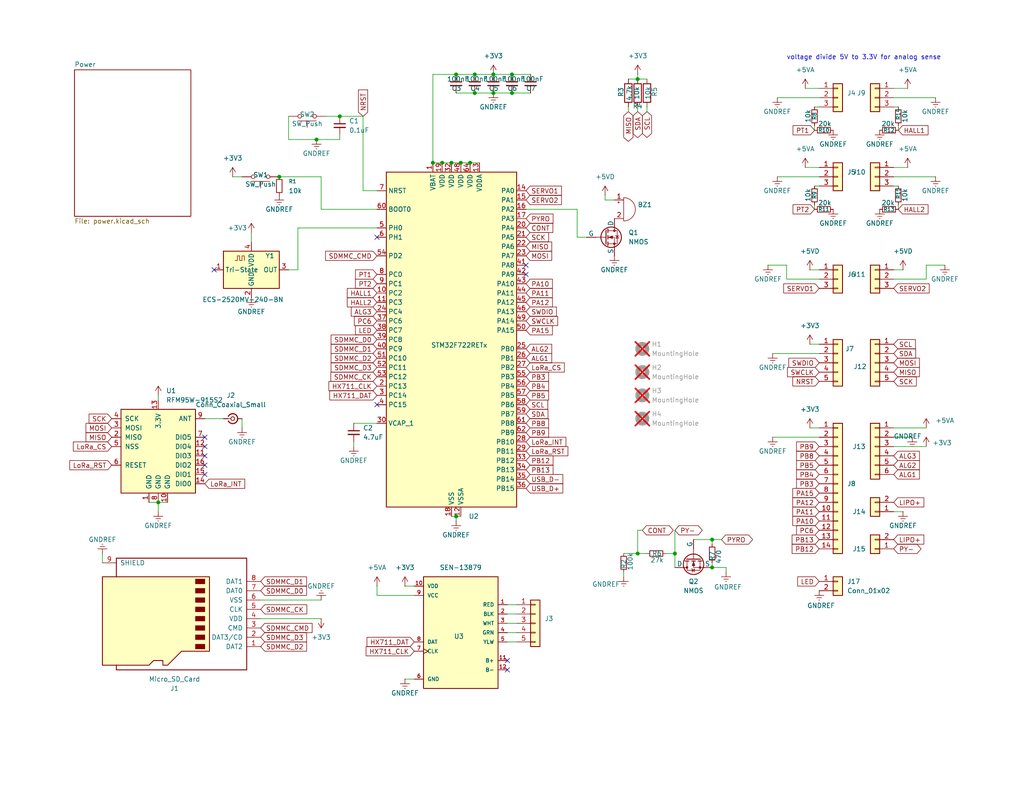
<source format=kicad_sch>
(kicad_sch (version 20250114) (generator "eeschema") (generator_version "9.0")
  (paper "A")
  (title_block (title "INFERNO Stand Controller") (date "2025-10-13") (rev "1.0") (company "SparrowTheNerd"))
  (text "voltage divide 5V to 3.3V for analog sense" (at 235.712 15.748 0) (effects (font (size 1.27 1.27))))
  (junction (at 125.73 44.45))
  (junction (at 184.15 151.13))
  (junction (at 120.65 44.45))
  (junction (at 118.11 44.45))
  (junction (at 129.54 20.32))
  (junction (at 128.27 44.45))
  (junction (at 86.36 38.1))
  (junction (at 43.18 137.16))
  (junction (at 194.31 154.94))
  (junction (at 124.46 20.32))
  (junction (at 124.46 140.97))
  (junction (at 194.31 147.32))
  (junction (at 134.62 20.32))
  (junction (at 139.7 20.32))
  (junction (at 173.99 21.59))
  (junction (at 173.99 151.13))
  (junction (at 76.2 48.26))
  (junction (at 129.54 25.4))
  (junction (at 92.71 31.75))
  (junction (at 134.62 25.4))
  (junction (at 139.7 25.4))
  (junction (at 123.19 44.45))
  (no_connect (at 143.51 74.93))
  (no_connect (at 58.42 73.66))
  (no_connect (at 55.88 127))
  (no_connect (at 102.87 64.77))
  (no_connect (at 138.43 182.88))
  (no_connect (at 55.88 121.92))
  (no_connect (at 55.88 129.54))
  (no_connect (at 55.88 124.46))
  (no_connect (at 143.51 72.39))
  (no_connect (at 138.43 180.34))
  (no_connect (at 55.88 119.38))
  (no_connect (at 102.87 110.49))
  (wire (pts (xy 88.9 31.75) (xy 92.71 31.75)))
  (wire (pts (xy 129.54 20.32) (xy 134.62 20.32)))
  (wire (pts (xy 247.65 45.72) (xy 243.84 45.72)))
  (wire (pts (xy 245.11 29.21) (xy 243.84 29.21)))
  (wire (pts (xy 222.25 34.29) (xy 222.25 35.56)))
  (wire (pts (xy 171.45 21.59) (xy 173.99 21.59)))
  (wire (pts (xy 214.63 76.2) (xy 223.52 76.2)))
  (wire (pts (xy 124.46 20.32) (xy 129.54 20.32)))
  (wire (pts (xy 252.73 76.2) (xy 243.84 76.2)))
  (wire (pts (xy 220.98 73.66) (xy 223.52 73.66)))
  (wire (pts (xy 209.55 72.39) (xy 214.63 72.39)))
  (wire (pts (xy 43.18 107.95) (xy 43.18 109.22)))
  (wire (pts (xy 255.27 48.26) (xy 243.84 48.26)))
  (wire (pts (xy 246.38 73.66) (xy 243.84 73.66)))
  (wire (pts (xy 189.23 147.32) (xy 194.31 147.32)))
  (wire (pts (xy 96.52 115.57) (xy 102.87 115.57)))
  (wire (pts (xy 243.84 119.38) (xy 248.92 119.38)))
  (wire (pts (xy 129.54 25.4) (xy 134.62 25.4)))
  (wire (pts (xy 134.62 25.4) (xy 139.7 25.4)))
  (wire (pts (xy 78.74 31.75) (xy 78.74 38.1)))
  (wire (pts (xy 92.71 31.75) (xy 99.06 31.75)))
  (wire (pts (xy 87.63 57.15) (xy 102.87 57.15)))
  (wire (pts (xy 92.71 38.1) (xy 92.71 36.83)))
  (wire (pts (xy 220.98 93.98) (xy 223.52 93.98)))
  (wire (pts (xy 68.58 63.5) (xy 68.58 66.04)))
  (wire (pts (xy 96.52 121.92) (xy 96.52 120.65)))
  (wire (pts (xy 194.31 147.32) (xy 196.85 147.32)))
  (wire (pts (xy 143.51 57.15) (xy 157.48 57.15)))
  (wire (pts (xy 118.11 44.45) (xy 118.11 20.32)))
  (wire (pts (xy 140.97 170.18) (xy 138.43 170.18)))
  (wire (pts (xy 222.25 29.21) (xy 223.52 29.21)))
  (wire (pts (xy 27.94 153.67) (xy 27.94 151.13)))
  (wire (pts (xy 87.63 163.83) (xy 71.12 163.83)))
  (wire (pts (xy 198.12 154.94) (xy 198.12 156.21)))
  (wire (pts (xy 87.63 168.91) (xy 71.12 168.91)))
  (wire (pts (xy 43.18 137.16) (xy 45.72 137.16)))
  (wire (pts (xy 220.98 116.84) (xy 223.52 116.84)))
  (wire (pts (xy 63.5 48.26) (xy 66.04 48.26)))
  (wire (pts (xy 139.7 20.32) (xy 144.78 20.32)))
  (wire (pts (xy 212.09 26.67) (xy 223.52 26.67)))
  (wire (pts (xy 222.25 50.8) (xy 223.52 50.8)))
  (wire (pts (xy 124.46 140.97) (xy 124.46 142.24)))
  (wire (pts (xy 43.18 137.16) (xy 43.18 139.7)))
  (wire (pts (xy 245.11 50.8) (xy 243.84 50.8)))
  (wire (pts (xy 157.48 57.15) (xy 157.48 64.77)))
  (wire (pts (xy 252.73 72.39) (xy 252.73 76.2)))
  (wire (pts (xy 81.28 62.23) (xy 81.28 73.66)))
  (wire (pts (xy 99.06 52.07) (xy 102.87 52.07)))
  (wire (pts (xy 87.63 48.26) (xy 87.63 57.15)))
  (wire (pts (xy 118.11 20.32) (xy 124.46 20.32)))
  (wire (pts (xy 157.48 64.77) (xy 160.02 64.77)))
  (wire (pts (xy 243.84 121.92) (xy 252.73 121.92)))
  (wire (pts (xy 173.99 20.32) (xy 173.99 21.59)))
  (wire (pts (xy 66.04 114.3) (xy 66.04 116.84)))
  (wire (pts (xy 110.49 160.02) (xy 113.03 160.02)))
  (wire (pts (xy 78.74 38.1) (xy 86.36 38.1)))
  (wire (pts (xy 173.99 21.59) (xy 176.53 21.59)))
  (wire (pts (xy 245.11 55.88) (xy 245.11 57.15)))
  (wire (pts (xy 40.64 137.16) (xy 43.18 137.16)))
  (wire (pts (xy 173.99 144.78) (xy 173.99 151.13)))
  (wire (pts (xy 81.28 62.23) (xy 102.87 62.23)))
  (wire (pts (xy 139.7 25.4) (xy 144.78 25.4)))
  (wire (pts (xy 184.15 151.13) (xy 184.15 154.94)))
  (wire (pts (xy 99.06 31.75) (xy 99.06 52.07)))
  (wire (pts (xy 181.61 151.13) (xy 184.15 151.13)))
  (wire (pts (xy 86.36 38.1) (xy 92.71 38.1)))
  (wire (pts (xy 173.99 151.13) (xy 176.53 151.13)))
  (wire (pts (xy 81.28 73.66) (xy 78.74 73.66)))
  (wire (pts (xy 210.82 119.38) (xy 223.52 119.38)))
  (wire (pts (xy 255.27 26.67) (xy 243.84 26.67)))
  (wire (pts (xy 194.31 154.94) (xy 198.12 154.94)))
  (wire (pts (xy 176.53 30.48) (xy 176.53 29.21)))
  (wire (pts (xy 140.97 167.64) (xy 138.43 167.64)))
  (wire (pts (xy 125.73 44.45) (xy 128.27 44.45)))
  (wire (pts (xy 245.11 34.29) (xy 245.11 35.56)))
  (wire (pts (xy 194.31 147.32) (xy 194.31 148.59)))
  (wire (pts (xy 184.15 144.78) (xy 184.15 151.13)))
  (wire (pts (xy 118.11 44.45) (xy 120.65 44.45)))
  (wire (pts (xy 113.03 162.56) (xy 102.87 162.56)))
  (wire (pts (xy 124.46 140.97) (xy 125.73 140.97)))
  (wire (pts (xy 222.25 55.88) (xy 222.25 57.15)))
  (wire (pts (xy 123.19 140.97) (xy 124.46 140.97)))
  (wire (pts (xy 140.97 175.26) (xy 138.43 175.26)))
  (wire (pts (xy 173.99 30.48) (xy 173.99 29.21)))
  (wire (pts (xy 214.63 72.39) (xy 214.63 76.2)))
  (wire (pts (xy 243.84 139.7) (xy 246.38 139.7)))
  (wire (pts (xy 171.45 29.21) (xy 171.45 30.48)))
  (wire (pts (xy 257.81 72.39) (xy 252.73 72.39)))
  (wire (pts (xy 170.18 151.13) (xy 173.99 151.13)))
  (wire (pts (xy 124.46 25.4) (xy 129.54 25.4)))
  (wire (pts (xy 76.2 48.26) (xy 87.63 48.26)))
  (wire (pts (xy 134.62 20.32) (xy 139.7 20.32)))
  (wire (pts (xy 123.19 44.45) (xy 125.73 44.45)))
  (wire (pts (xy 243.84 116.84) (xy 252.73 116.84)))
  (wire (pts (xy 55.88 114.3) (xy 60.96 114.3)))
  (wire (pts (xy 173.99 144.78) (xy 175.26 144.78)))
  (wire (pts (xy 120.65 44.45) (xy 123.19 44.45)))
  (wire (pts (xy 210.82 96.52) (xy 223.52 96.52)))
  (wire (pts (xy 140.97 165.1) (xy 138.43 165.1)))
  (wire (pts (xy 128.27 44.45) (xy 130.81 44.45)))
  (wire (pts (xy 140.97 172.72) (xy 138.43 172.72)))
  (wire (pts (xy 102.87 160.02) (xy 102.87 162.56)))
  (wire (pts (xy 219.71 24.13) (xy 223.52 24.13)))
  (wire (pts (xy 212.09 48.26) (xy 223.52 48.26)))
  (wire (pts (xy 247.65 24.13) (xy 243.84 24.13)))
  (wire (pts (xy 165.1 54.61) (xy 167.64 54.61)))
  (wire (pts (xy 194.31 153.67) (xy 194.31 154.94)))
  (wire (pts (xy 165.1 53.34) (xy 165.1 54.61)))
  (wire (pts (xy 170.18 157.48) (xy 170.18 156.21)))
  (wire (pts (xy 110.49 185.42) (xy 113.03 185.42)))
  (wire (pts (xy 219.71 45.72) (xy 223.52 45.72)))
  (global_label "LoRa_CS" (shape input) (at 143.51 100.33 0) (property "Intersheetrefs" "${INTERSHEET_REFS}" (effects (hide yes))))
  (global_label "SDMMC_D3" (shape input) (at 71.12 173.99 0) (property "Intersheetrefs" "${INTERSHEET_REFS}" (effects (hide yes))))
  (global_label "ALG1" (shape input) (at 143.51 97.79 0) (property "Intersheetrefs" "${INTERSHEET_REFS}" (effects (hide yes))))
  (global_label "PA12" (shape input) (at 143.51 82.55 0) (property "Intersheetrefs" "${INTERSHEET_REFS}" (effects (hide yes))))
  (global_label "PA11" (shape input) (at 223.52 139.7 180) (property "Intersheetrefs" "${INTERSHEET_REFS}" (effects (hide yes))))
  (global_label "SDMMC_CK" (shape input) (at 102.87 102.87 180) (property "Intersheetrefs" "${INTERSHEET_REFS}" (effects (hide yes))))
  (global_label "SCL" (shape input) (at 143.51 110.49 0) (property "Intersheetrefs" "${INTERSHEET_REFS}" (effects (hide yes))))
  (global_label "LED" (shape input) (at 102.87 90.17 180) (property "Intersheetrefs" "${INTERSHEET_REFS}" (effects (hide yes))))
  (global_label "SDMMC_D0" (shape input) (at 102.87 92.71 180) (property "Intersheetrefs" "${INTERSHEET_REFS}" (effects (hide yes))))
  (global_label "SDMMC_D2" (shape input) (at 102.87 97.79 180) (property "Intersheetrefs" "${INTERSHEET_REFS}" (effects (hide yes))))
  (global_label "PT2" (shape input) (at 102.87 77.47 180) (property "Intersheetrefs" "${INTERSHEET_REFS}" (effects (hide yes))))
  (global_label "PT1" (shape input) (at 222.25 35.56 180) (property "Intersheetrefs" "${INTERSHEET_REFS}" (effects (hide yes))))
  (global_label "PB3" (shape input) (at 223.52 132.08 180) (property "Intersheetrefs" "${INTERSHEET_REFS}" (effects (hide yes))))
  (global_label "PY-" (shape bidirectional) (at 184.15 144.78 0) (property "Intersheetrefs" "${INTERSHEET_REFS}" (effects (hide yes))))
  (global_label "SWDIO" (shape input) (at 143.51 85.09 0) (property "Intersheetrefs" "${INTERSHEET_REFS}" (effects (hide yes))))
  (global_label "PA12" (shape input) (at 223.52 137.16 180) (property "Intersheetrefs" "${INTERSHEET_REFS}" (effects (hide yes))))
  (global_label "PB9" (shape input) (at 143.51 118.11 0) (property "Intersheetrefs" "${INTERSHEET_REFS}" (effects (hide yes))))
  (global_label "PA10" (shape input) (at 223.52 142.24 180) (property "Intersheetrefs" "${INTERSHEET_REFS}" (effects (hide yes))))
  (global_label "PB8" (shape input) (at 143.51 115.57 0) (property "Intersheetrefs" "${INTERSHEET_REFS}" (effects (hide yes))))
  (global_label "PB5" (shape input) (at 143.51 107.95 0) (property "Intersheetrefs" "${INTERSHEET_REFS}" (effects (hide yes))))
  (global_label "LoRa_RST" (shape input) (at 143.51 123.19 0) (property "Intersheetrefs" "${INTERSHEET_REFS}" (effects (hide yes))))
  (global_label "PB12" (shape input) (at 223.52 149.86 180) (property "Intersheetrefs" "${INTERSHEET_REFS}" (effects (hide yes))))
  (global_label "HALL2" (shape input) (at 102.87 82.55 180) (property "Intersheetrefs" "${INTERSHEET_REFS}" (effects (hide yes))))
  (global_label "LoRa_RST" (shape input) (at 30.48 127 180) (property "Intersheetrefs" "${INTERSHEET_REFS}" (effects (hide yes))))
  (global_label "USB_D-" (shape input) (at 143.51 130.81 0) (property "Intersheetrefs" "${INTERSHEET_REFS}" (effects (hide yes))))
  (global_label "SERVO1" (shape input) (at 223.52 78.74 180) (property "Intersheetrefs" "${INTERSHEET_REFS}" (effects (hide yes))))
  (global_label "SERVO2" (shape input) (at 243.84 78.74 0) (property "Intersheetrefs" "${INTERSHEET_REFS}" (effects (hide yes))))
  (global_label "CONT" (shape bidirectional) (at 175.26 144.78 0) (property "Intersheetrefs" "${INTERSHEET_REFS}" (effects (hide yes))))
  (global_label "USB_D+" (shape input) (at 143.51 133.35 0) (property "Intersheetrefs" "${INTERSHEET_REFS}" (effects (hide yes))))
  (global_label "MISO" (shape input) (at 243.84 101.6 0) (property "Intersheetrefs" "${INTERSHEET_REFS}" (effects (hide yes))))
  (global_label "SDMMC_D3" (shape input) (at 102.87 100.33 180) (property "Intersheetrefs" "${INTERSHEET_REFS}" (effects (hide yes))))
  (global_label "PT2" (shape input) (at 222.25 57.15 180) (property "Intersheetrefs" "${INTERSHEET_REFS}" (effects (hide yes))))
  (global_label "PC6" (shape input) (at 102.87 87.63 180) (property "Intersheetrefs" "${INTERSHEET_REFS}" (effects (hide yes))))
  (global_label "CONT" (shape input) (at 143.51 62.23 0) (property "Intersheetrefs" "${INTERSHEET_REFS}" (effects (hide yes))))
  (global_label "HX711_CLK" (shape input) (at 102.87 105.41 180) (property "Intersheetrefs" "${INTERSHEET_REFS}" (effects (hide yes))))
  (global_label "ALG1" (shape input) (at 243.84 129.54 0) (property "Intersheetrefs" "${INTERSHEET_REFS}" (effects (hide yes))))
  (global_label "SDMMC_D0" (shape input) (at 71.12 161.29 0) (property "Intersheetrefs" "${INTERSHEET_REFS}" (effects (hide yes))))
  (global_label "PB13" (shape input) (at 223.52 147.32 180) (property "Intersheetrefs" "${INTERSHEET_REFS}" (effects (hide yes))))
  (global_label "PB4" (shape input) (at 143.51 105.41 0) (property "Intersheetrefs" "${INTERSHEET_REFS}" (effects (hide yes))))
  (global_label "PB3" (shape input) (at 143.51 102.87 0) (property "Intersheetrefs" "${INTERSHEET_REFS}" (effects (hide yes))))
  (global_label "PB8" (shape input) (at 223.52 124.46 180) (property "Intersheetrefs" "${INTERSHEET_REFS}" (effects (hide yes))))
  (global_label "ALG3" (shape input) (at 102.87 85.09 180) (property "Intersheetrefs" "${INTERSHEET_REFS}" (effects (hide yes))))
  (global_label "MOSI" (shape input) (at 243.84 99.06 0) (property "Intersheetrefs" "${INTERSHEET_REFS}" (effects (hide yes))))
  (global_label "NRST" (shape input) (at 99.06 31.75 90) (property "Intersheetrefs" "${INTERSHEET_REFS}" (effects (hide yes))))
  (global_label "SCL" (shape bidirectional) (at 176.53 30.48 270) (property "Intersheetrefs" "${INTERSHEET_REFS}" (effects (hide yes))))
  (global_label "LoRa_INT" (shape input) (at 143.51 120.65 0) (property "Intersheetrefs" "${INTERSHEET_REFS}" (effects (hide yes))))
  (global_label "ALG2" (shape input) (at 143.51 95.25 0) (property "Intersheetrefs" "${INTERSHEET_REFS}" (effects (hide yes))))
  (global_label "SDMMC_D1" (shape input) (at 71.12 158.75 0) (property "Intersheetrefs" "${INTERSHEET_REFS}" (effects (hide yes))))
  (global_label "PA15" (shape input) (at 143.51 90.17 0) (property "Intersheetrefs" "${INTERSHEET_REFS}" (effects (hide yes))))
  (global_label "PB9" (shape input) (at 223.52 121.92 180) (property "Intersheetrefs" "${INTERSHEET_REFS}" (effects (hide yes))))
  (global_label "SDMMC_CMD" (shape input) (at 102.87 69.85 180) (property "Intersheetrefs" "${INTERSHEET_REFS}" (effects (hide yes))))
  (global_label "HALL2" (shape input) (at 245.11 57.15 0) (property "Intersheetrefs" "${INTERSHEET_REFS}" (effects (hide yes))))
  (global_label "MISO" (shape input) (at 30.48 119.38 180) (property "Intersheetrefs" "${INTERSHEET_REFS}" (effects (hide yes))))
  (global_label "PY-" (shape bidirectional) (at 243.84 149.86 0) (property "Intersheetrefs" "${INTERSHEET_REFS}" (effects (hide yes))))
  (global_label "HX711_DAT" (shape input) (at 113.03 175.26 180) (property "Intersheetrefs" "${INTERSHEET_REFS}" (effects (hide yes))))
  (global_label "SDMMC_D2" (shape input) (at 71.12 176.53 0) (property "Intersheetrefs" "${INTERSHEET_REFS}" (effects (hide yes))))
  (global_label "MISO" (shape input) (at 143.51 67.31 0) (property "Intersheetrefs" "${INTERSHEET_REFS}" (effects (hide yes))))
  (global_label "MOSI" (shape input) (at 30.48 116.84 180) (property "Intersheetrefs" "${INTERSHEET_REFS}" (effects (hide yes))))
  (global_label "ALG2" (shape input) (at 243.84 127 0) (property "Intersheetrefs" "${INTERSHEET_REFS}" (effects (hide yes))))
  (global_label "PA10" (shape input) (at 143.51 77.47 0) (property "Intersheetrefs" "${INTERSHEET_REFS}" (effects (hide yes))))
  (global_label "PB12" (shape input) (at 143.51 125.73 0) (property "Intersheetrefs" "${INTERSHEET_REFS}" (effects (hide yes))))
  (global_label "PA15" (shape input) (at 223.52 134.62 180) (property "Intersheetrefs" "${INTERSHEET_REFS}" (effects (hide yes))))
  (global_label "SERVO1" (shape input) (at 143.51 52.07 0) (property "Intersheetrefs" "${INTERSHEET_REFS}" (effects (hide yes))))
  (global_label "HX711_DAT" (shape input) (at 102.87 107.95 180) (property "Intersheetrefs" "${INTERSHEET_REFS}" (effects (hide yes))))
  (global_label "LIPO+" (shape input) (at 243.84 147.32 0) (property "Intersheetrefs" "${INTERSHEET_REFS}" (effects (hide yes))))
  (global_label "PB5" (shape input) (at 223.52 127 180) (property "Intersheetrefs" "${INTERSHEET_REFS}" (effects (hide yes))))
  (global_label "SCK" (shape input) (at 30.48 114.3 180) (property "Intersheetrefs" "${INTERSHEET_REFS}" (effects (hide yes))))
  (global_label "SDA" (shape bidirectional) (at 173.99 30.48 270) (property "Intersheetrefs" "${INTERSHEET_REFS}" (effects (hide yes))))
  (global_label "LoRa_CS" (shape input) (at 30.48 121.92 180) (property "Intersheetrefs" "${INTERSHEET_REFS}" (effects (hide yes))))
  (global_label "HALL1" (shape input) (at 102.87 80.01 180) (property "Intersheetrefs" "${INTERSHEET_REFS}" (effects (hide yes))))
  (global_label "SDMMC_CMD" (shape input) (at 71.12 171.45 0) (property "Intersheetrefs" "${INTERSHEET_REFS}" (effects (hide yes))))
  (global_label "PYRO" (shape bidirectional) (at 196.85 147.32 0) (property "Intersheetrefs" "${INTERSHEET_REFS}" (effects (hide yes))))
  (global_label "SCL" (shape input) (at 243.84 93.98 0) (property "Intersheetrefs" "${INTERSHEET_REFS}" (effects (hide yes))))
  (global_label "SDMMC_CK" (shape input) (at 71.12 166.37 0) (property "Intersheetrefs" "${INTERSHEET_REFS}" (effects (hide yes))))
  (global_label "PT1" (shape input) (at 102.87 74.93 180) (property "Intersheetrefs" "${INTERSHEET_REFS}" (effects (hide yes))))
  (global_label "SDMMC_D1" (shape input) (at 102.87 95.25 180) (property "Intersheetrefs" "${INTERSHEET_REFS}" (effects (hide yes))))
  (global_label "MOSI" (shape input) (at 143.51 69.85 0) (property "Intersheetrefs" "${INTERSHEET_REFS}" (effects (hide yes))))
  (global_label "SERVO2" (shape input) (at 143.51 54.61 0) (property "Intersheetrefs" "${INTERSHEET_REFS}" (effects (hide yes))))
  (global_label "PC6" (shape input) (at 223.52 144.78 180) (property "Intersheetrefs" "${INTERSHEET_REFS}" (effects (hide yes))))
  (global_label "MISO" (shape bidirectional) (at 171.45 30.48 270) (property "Intersheetrefs" "${INTERSHEET_REFS}" (effects (hide yes))))
  (global_label "LED" (shape input) (at 223.52 158.75 180) (property "Intersheetrefs" "${INTERSHEET_REFS}" (effects (hide yes))))
  (global_label "LIPO+" (shape input) (at 243.84 137.16 0) (property "Intersheetrefs" "${INTERSHEET_REFS}" (effects (hide yes))))
  (global_label "SCK" (shape input) (at 143.51 64.77 0) (property "Intersheetrefs" "${INTERSHEET_REFS}" (effects (hide yes))))
  (global_label "SWCLK" (shape input) (at 223.52 101.6 180) (property "Intersheetrefs" "${INTERSHEET_REFS}" (effects (hide yes))))
  (global_label "PYRO" (shape input) (at 143.51 59.69 0) (property "Intersheetrefs" "${INTERSHEET_REFS}" (effects (hide yes))))
  (global_label "PA11" (shape input) (at 143.51 80.01 0) (property "Intersheetrefs" "${INTERSHEET_REFS}" (effects (hide yes))))
  (global_label "SDA" (shape input) (at 143.51 113.03 0) (property "Intersheetrefs" "${INTERSHEET_REFS}" (effects (hide yes))))
  (global_label "PB4" (shape input) (at 223.52 129.54 180) (property "Intersheetrefs" "${INTERSHEET_REFS}" (effects (hide yes))))
  (global_label "NRST" (shape input) (at 223.52 104.14 180) (property "Intersheetrefs" "${INTERSHEET_REFS}" (effects (hide yes))))
  (global_label "PB13" (shape input) (at 143.51 128.27 0) (property "Intersheetrefs" "${INTERSHEET_REFS}" (effects (hide yes))))
  (global_label "LoRa_INT" (shape input) (at 55.88 132.08 0) (property "Intersheetrefs" "${INTERSHEET_REFS}" (effects (hide yes))))
  (global_label "SWCLK" (shape input) (at 143.51 87.63 0) (property "Intersheetrefs" "${INTERSHEET_REFS}" (effects (hide yes))))
  (global_label "SDA" (shape input) (at 243.84 96.52 0) (property "Intersheetrefs" "${INTERSHEET_REFS}" (effects (hide yes))))
  (global_label "SWDIO" (shape input) (at 223.52 99.06 180) (property "Intersheetrefs" "${INTERSHEET_REFS}" (effects (hide yes))))
  (global_label "HX711_CLK" (shape input) (at 113.03 177.8 180) (property "Intersheetrefs" "${INTERSHEET_REFS}" (effects (hide yes))))
  (global_label "HALL1" (shape input) (at 245.11 35.56 0) (property "Intersheetrefs" "${INTERSHEET_REFS}" (effects (hide yes))))
  (global_label "ALG3" (shape input) (at 243.84 124.46 0) (property "Intersheetrefs" "${INTERSHEET_REFS}" (effects (hide yes))))
  (global_label "SCK" (shape input) (at 243.84 104.14 0) (property "Intersheetrefs" "${INTERSHEET_REFS}" (effects (hide yes))))
  (symbol (lib_id "Device:R_Small") (at 179.07 151.13 90) (unit 1)
    (property "Reference" "R6" (at 180.594 151.13 90) (effects (justify left)))
    (property "Value" "27k" (at 181.102 152.908 90) (effects (justify left)))
    (property "Footprint" "Resistor_SMD:R_0603_1608Metric" (effects (hide yes)))
    (property "Description" "Resistor, small symbol" (effects (hide yes)))
    (property "Product ID" "RMCF0603JT27K0" (effects (hide yes)))
    (property "LCSC" "C22967" (effects (hide yes)))
  )
  (symbol (lib_id "Mechanical:MountingHole") (at 175.26 107.95 0) (unit 1) (exclude_from_sim yes) (in_bom no) (dnp yes)
    (property "Reference" "H3" (at 177.8 106.6799 0) (effects (justify left)))
    (property "Value" "MountingHole" (at 177.8 109.2199 0) (effects (justify left)))
    (property "Footprint" "MountingHole:MountingHole_3.2mm_M3_ISO7380_Pad_TopBottom" (effects (hide yes)))
    (property "Description" "Mounting Hole without connection" (effects (hide yes)))
  )
  (symbol (lib_id "Device:C_Small") (at 139.7 22.86 0) (unit 1)
    (property "Reference" "C6" (at 138.43 24.13 0) (effects (justify left)))
    (property "Value" "100nF" (at 137.16 21.59 0) (effects (justify left)))
    (property "Footprint" "Capacitor_SMD:C_0603_1608Metric" (effects (hide yes)))
    (property "Description" "Unpolarized capacitor, small symbol" (effects (hide yes)))
    (property "Product ID" "CL10B104KB8NNNL" (effects (hide yes)))
    (property "LCSC" "C1525" (effects (hide yes)))
  )
  (symbol (lib_id "power:GNDREF") (at 43.18 139.7 0) (mirror y) (unit 1)
    (property "Reference" "#PWR03" (effects (hide yes)))
    (property "Value" "GNDREF" (at 43.18 143.51 0))
    (property "Description" "Power symbol creates a global label with name \"GNDREF\" , reference supply ground" (effects (hide yes)))
  )
  (symbol (lib_id "power:+3V3") (at 87.63 168.91 180) (unit 1)
    (property "Reference" "#PWR011" (effects (hide yes)))
    (property "Value" "+3V3" (at 87.63 173.99 0))
    (property "Description" "Power symbol creates a global label with name \"+3V3\"" (effects (hide yes)))
  )
  (symbol (lib_id "power:GNDREF") (at 246.38 139.7 0) (mirror y) (unit 1)
    (property "Reference" "#PWR061" (effects (hide yes)))
    (property "Value" "GNDREF" (at 246.38 143.51 0))
    (property "Description" "Power symbol creates a global label with name \"GNDREF\" , reference supply ground" (effects (hide yes)))
  )
  (symbol (lib_id "power:GNDREF") (at 210.82 96.52 0) (mirror y) (unit 1)
    (property "Reference" "#PWR024" (effects (hide yes)))
    (property "Value" "GNDREF" (at 210.82 100.33 0))
    (property "Description" "Power symbol creates a global label with name \"GNDREF\" , reference supply ground" (effects (hide yes)))
  )
  (symbol (lib_id "Device:R") (at 176.53 25.4 180) (unit 1)
    (property "Reference" "R5" (at 178.5794 25.0698 90))
    (property "Value" "10k" (at 176.784 25.4 90))
    (property "Footprint" "Resistor_SMD:R_0603_1608Metric" (effects (hide yes)))
    (property "Description" "Resistor" (effects (hide yes)))
    (property "Product ID" "ERJ-PA3F1002V" (effects (hide yes)))
    (property "LCSC" "C25804" (effects (hide yes)))
  )
  (symbol (lib_id "Device:R_Small") (at 222.25 53.34 0) (unit 1)
    (property "Reference" "R9" (at 222.25 54.356 90) (effects (font (size 1.016 1.016)) (justify left)))
    (property "Value" "10k" (at 220.472 55.118 90) (effects (justify left)))
    (property "Footprint" "Resistor_SMD:R_0603_1608Metric" (effects (hide yes)))
    (property "Description" "Resistor, small symbol" (effects (hide yes)))
  )
  (symbol (lib_id "power:GNDREF") (at 223.52 161.29 0) (mirror y) (unit 1)
    (property "Reference" "#PWR063" (effects (hide yes)))
    (property "Value" "GNDREF" (at 224.028 165.354 0))
    (property "Description" "Power symbol creates a global label with name \"GNDREF\" , reference supply ground" (effects (hide yes)))
  )
  (symbol (lib_id "power:GNDREF") (at 27.94 151.13 0) (mirror x) (unit 1)
    (property "Reference" "#PWR01" (effects (hide yes)))
    (property "Value" "GNDREF" (at 27.94 147.32 0))
    (property "Description" "Power symbol creates a global label with name \"GNDREF\" , reference supply ground" (effects (hide yes)))
  )
  (symbol (lib_id "Connector_Generic:Conn_01x02") (at 238.76 149.86 180) (unit 1)
    (property "Reference" "J15" (at 236.22 149.8601 0) (effects (justify left)))
    (property "Value" "Conn_01x02" (effects (hide yes)))
    (property "Footprint" "TerminalBlock_Phoenix:TerminalBlock_Phoenix_MKDS-1,5-2-5.08_1x02_P5.08mm_Horizontal" (effects (hide yes)))
    (property "Description" "Generic connector, single row, 01x02, script generated (kicad-library-utils/schlib/autogen/connector/)" (effects (hide yes)))
  )
  (symbol (lib_id "Device:R_Small") (at 245.11 53.34 0) (mirror y) (unit 1)
    (property "Reference" "R15" (at 245.11 54.356 90) (effects (font (size 1.016 1.016)) (justify left)))
    (property "Value" "10k" (at 246.888 55.118 90) (effects (justify left)))
    (property "Footprint" "Resistor_SMD:R_0603_1608Metric" (effects (hide yes)))
    (property "Description" "Resistor, small symbol" (effects (hide yes)))
  )
  (symbol (lib_id "power:+5VA") (at 219.71 24.13 0) (unit 1)
    (property "Reference" "#PWR029" (effects (hide yes)))
    (property "Value" "+5VA" (at 219.71 19.05 0))
    (property "Description" "Power symbol creates a global label with name \"+5VA\"" (effects (hide yes)))
  )
  (symbol (lib_id "power:+5VA") (at 219.71 45.72 0) (unit 1)
    (property "Reference" "#PWR030" (effects (hide yes)))
    (property "Value" "+5VA" (at 219.71 40.64 0))
    (property "Description" "Power symbol creates a global label with name \"+5VA\"" (effects (hide yes)))
  )
  (symbol (lib_id "Device:C_Small") (at 96.52 118.11 0) (unit 1)
    (property "Reference" "C2" (at 99.06 116.8462 0) (effects (justify left)))
    (property "Value" "4.7uF" (at 99.06 119.3862 0) (effects (justify left)))
    (property "Footprint" "Capacitor_SMD:C_0603_1608Metric" (effects (hide yes)))
    (property "Description" "Unpolarized capacitor, small symbol" (effects (hide yes)))
  )
  (symbol (lib_id "power:GNDREF") (at 212.09 26.67 0) (mirror y) (unit 1)
    (property "Reference" "#PWR026" (effects (hide yes)))
    (property "Value" "GNDREF" (at 212.09 30.48 0))
    (property "Description" "Power symbol creates a global label with name \"GNDREF\" , reference supply ground" (effects (hide yes)))
  )
  (symbol (lib_id "Connector:Micro_SD_Card") (at 48.26 168.91 180) (unit 1)
    (property "Reference" "J1" (at 47.625 187.96 0))
    (property "Value" "Micro_SD_Card" (at 47.625 185.42 0))
    (property "Footprint" "Connector_Card:microSD_HC_Molex_104031-0811" (effects (hide yes)))
    (property "Datasheet" "104031-0811" (effects (hide yes)))
    (property "Description" "Micro SD Card Socket" (effects (hide yes)))
  )
  (symbol (lib_id "power:GNDREF") (at 198.12 156.21 0) (mirror y) (unit 1)
    (property "Reference" "#PWR028" (effects (hide yes)))
    (property "Value" "GNDREF" (at 198.628 160.274 0))
    (property "Description" "Power symbol creates a global label with name \"GNDREF\" , reference supply ground" (effects (hide yes)))
  )
  (symbol (lib_id "Simulation_SPICE:NMOS") (at 165.1 64.77 0) (unit 1)
    (property "Reference" "Q1" (at 171.45 63.4999 0) (effects (justify left)))
    (property "Value" "NMOS" (at 171.45 66.0399 0) (effects (justify left)))
    (property "Footprint" "Package_TO_SOT_SMD:SOT-323_SC-70" (effects (hide yes)))
    (property "Datasheet" "https://ngspice.sourceforge.io/docs/ngspice-html-manual/manual.xhtml#cha_MOSFETs" (effects (hide yes)))
    (property "Description" "N-MOSFET transistor, drain/source/gate" (effects (hide yes)))
    (property "Sim.Device" "NMOS" (effects (hide yes)))
    (property "Sim.Type" "VDMOS" (effects (hide yes)))
    (property "Sim.Pins" "1=D 2=G 3=S" (effects (hide yes)))
  )
  (symbol (lib_id "Device:R_Small") (at 170.18 153.67 180) (unit 1)
    (property "Reference" "R2" (at 170.18 152.654 90) (effects (justify left)))
    (property "Value" "100k" (at 171.958 150.876 90) (effects (justify left)))
    (property "Footprint" "Resistor_SMD:R_0603_1608Metric" (effects (hide yes)))
    (property "Description" "Resistor, small symbol" (effects (hide yes)))
    (property "Product ID" "RMCF0603FT100K" (effects (hide yes)))
    (property "LCSC" "C25803" (effects (hide yes)))
  )
  (symbol (lib_id "power:GNDREF") (at 227.33 35.56 0) (mirror y) (unit 1)
    (property "Reference" "#PWR034" (effects (hide yes)))
    (property "Value" "GNDREF" (at 227.33 39.37 0))
    (property "Description" "Power symbol creates a global label with name \"GNDREF\" , reference supply ground" (effects (hide yes)))
  )
  (symbol (lib_id "Device:R_Small") (at 242.57 35.56 270) (mirror x) (unit 1)
    (property "Reference" "R12" (at 242.57 35.56 90) (effects (font (size 1.016 1.016))))
    (property "Value" "20k" (at 242.316 33.782 90))
    (property "Footprint" "Resistor_SMD:R_0603_1608Metric" (effects (hide yes)))
    (property "Description" "Resistor, small symbol" (effects (hide yes)))
  )
  (symbol (lib_id "power:+5VD") (at 246.38 73.66 0) (mirror y) (unit 1)
    (property "Reference" "#PWR038" (effects (hide yes)))
    (property "Value" "+5VD" (at 246.38 68.58 0))
    (property "Description" "Power symbol creates a global label with name \"+5VD\"" (effects (hide yes)))
  )
  (symbol (lib_id "power:GNDREF") (at 255.27 48.26 0) (unit 1)
    (property "Reference" "#PWR045" (effects (hide yes)))
    (property "Value" "GNDREF" (at 255.27 52.07 0))
    (property "Description" "Power symbol creates a global label with name \"GNDREF\" , reference supply ground" (effects (hide yes)))
  )
  (symbol (lib_id "power:GNDREF") (at 87.63 163.83 0) (mirror x) (unit 1)
    (property "Reference" "#PWR010" (effects (hide yes)))
    (property "Value" "GNDREF" (at 87.63 160.02 0))
    (property "Description" "Power symbol creates a global label with name \"GNDREF\" , reference supply ground" (effects (hide yes)))
  )
  (symbol (lib_id "power:GNDREF") (at 210.82 119.38 0) (mirror y) (unit 1)
    (property "Reference" "#PWR025" (effects (hide yes)))
    (property "Value" "GNDREF" (at 210.82 123.19 0))
    (property "Description" "Power symbol creates a global label with name \"GNDREF\" , reference supply ground" (effects (hide yes)))
  )
  (symbol (lib_id "Connector_Generic:Conn_01x03") (at 228.6 76.2 0) (unit 1)
    (property "Reference" "J6" (at 231.14 74.9299 0) (effects (justify left)))
    (property "Value" "Conn_01x03" (effects (hide yes)))
    (property "Footprint" "Connector_PinSocket_2.54mm:PinSocket_1x03_P2.54mm_Vertical" (effects (hide yes)))
    (property "Description" "Generic connector, single row, 01x03, script generated (kicad-library-utils/schlib/autogen/connector/)" (effects (hide yes)))
  )
  (symbol (lib_id "Switch:SW_Push") (at 71.12 48.26 180) (unit 1)
    (property "Reference" "SW1" (at 71.12 47.752 0))
    (property "Value" "SW_Push" (at 71.12 50.292 0))
    (property "Footprint" "Button_Switch_SMD:SW_SPST_B3S-1000" (effects (hide yes)))
    (property "Datasheet" "TL3301CF260QG" (effects (hide yes)))
    (property "Description" "TL3301CF260QG" (effects (hide yes)))
  )
  (symbol (lib_id "power:+5VA") (at 247.65 45.72 0) (mirror y) (unit 1)
    (property "Reference" "#PWR040" (effects (hide yes)))
    (property "Value" "+5VA" (at 247.65 40.64 0))
    (property "Description" "Power symbol creates a global label with name \"+5VA\"" (effects (hide yes)))
  )
  (symbol (lib_id "power:GNDREF") (at 227.33 57.15 0) (mirror y) (unit 1)
    (property "Reference" "#PWR035" (effects (hide yes)))
    (property "Value" "GNDREF" (at 227.33 60.96 0))
    (property "Description" "Power symbol creates a global label with name \"GNDREF\" , reference supply ground" (effects (hide yes)))
  )
  (symbol (lib_id "power:GNDREF") (at 212.09 48.26 0) (mirror y) (unit 1)
    (property "Reference" "#PWR027" (effects (hide yes)))
    (property "Value" "GNDREF" (at 212.09 52.07 0))
    (property "Description" "Power symbol creates a global label with name \"GNDREF\" , reference supply ground" (effects (hide yes)))
  )
  (symbol (lib_id "Device:C_Small") (at 92.71 34.29 0) (unit 1)
    (property "Reference" "C1" (at 95.25 33.0262 0) (effects (justify left)))
    (property "Value" "0.1uF" (at 95.25 35.5662 0) (effects (justify left)))
    (property "Footprint" "Capacitor_SMD:C_0603_1608Metric" (effects (hide yes)))
    (property "Description" "Unpolarized capacitor, small symbol" (effects (hide yes)))
  )
  (symbol (lib_id "Connector_Generic:Conn_01x03") (at 228.6 48.26 0) (unit 1)
    (property "Reference" "J5" (at 231.14 46.9899 0) (effects (justify left)))
    (property "Value" "Conn_01x03" (effects (hide yes)))
    (property "Footprint" "Connector_JST:JST_XH_B3B-XH-A_1x03_P2.50mm_Vertical" (effects (hide yes)))
    (property "Description" "Generic connector, single row, 01x03, script generated (kicad-library-utils/schlib/autogen/connector/)" (effects (hide yes)))
  )
  (symbol (lib_id "power:GNDREF") (at 110.49 185.42 0) (mirror y) (unit 1)
    (property "Reference" "#PWR015" (effects (hide yes)))
    (property "Value" "GNDREF" (at 110.49 189.23 0))
    (property "Description" "Power symbol creates a global label with name \"GNDREF\" , reference supply ground" (effects (hide yes)))
  )
  (symbol (lib_id "power:+3V3") (at 63.5 48.26 0) (unit 1)
    (property "Reference" "#PWR04" (effects (hide yes)))
    (property "Value" "+3V3" (at 63.5 43.18 0))
    (property "Description" "Power symbol creates a global label with name \"+3V3\"" (effects (hide yes)))
  )
  (symbol (lib_id "INFERNOparts:SEN-13879") (at 125.73 172.72 0) (mirror y) (unit 1)
    (property "Reference" "U3" (at 125.222 173.736 0))
    (property "Value" "SEN-13879" (at 125.73 154.94 0))
    (property "Footprint" "INFERNOfootprints:SPARKFUN_SEN-13879" (effects (hide yes)))
    (property "STANDARD" "Manufacturer Recommendations" (effects (hide yes)))
    (property "MANUFACTURER" "SparkFun" (effects (hide yes)))
  )
  (symbol (lib_id "power:GNDREF") (at 170.18 157.48 0) (mirror y) (unit 1)
    (property "Reference" "#PWR019" (effects (hide yes)))
    (property "Value" "GNDREF" (at 165.354 159.512 0))
    (property "Description" "Power symbol creates a global label with name \"GNDREF\" , reference supply ground" (effects (hide yes)))
  )
  (symbol (lib_id "Device:R_Small") (at 224.79 57.15 90) (unit 1)
    (property "Reference" "R11" (at 224.79 57.15 90) (effects (font (size 1.016 1.016))))
    (property "Value" "20k" (at 225.044 55.372 90))
    (property "Footprint" "Resistor_SMD:R_0603_1608Metric" (effects (hide yes)))
    (property "Description" "Resistor, small symbol" (effects (hide yes)))
  )
  (symbol (lib_name "NMOS_1") (lib_id "Simulation_SPICE:NMOS") (at 189.23 152.4 90) (mirror x) (unit 1)
    (property "Reference" "Q2" (at 189.23 158.75 90))
    (property "Value" "NMOS" (at 189.23 161.29 90))
    (property "Footprint" "Package_TO_SOT_SMD:TO-252-2" (effects (hide yes)))
    (property "Datasheet" "IPD30N06S2L23ATMA3" (effects (hide yes)))
    (property "Description" "IPD30N06S2L23ATMA3" (effects (hide yes)))
    (property "Sim.Device" "NMOS" (effects (hide yes)))
    (property "Sim.Type" "VDMOS" (effects (hide yes)))
    (property "Sim.Pins" "1=D 2=G 3=S" (effects (hide yes)))
  )
  (symbol (lib_id "Connector:Conn_Coaxial_Small") (at 63.5 114.3 0) (unit 1)
    (property "Reference" "J2" (at 62.9804 107.95 0))
    (property "Value" "Conn_Coaxial_Small" (at 62.9804 110.49 0))
    (property "Footprint" "Connector_Coaxial:SMA_Molex_73251-1153_EdgeMount_Horizontal" (effects (hide yes)))
    (property "Description" "small coaxial connector (BNC, SMA, SMB, SMC, Cinch/RCA, LEMO, ...)" (effects (hide yes)))
  )
  (symbol (lib_id "Switch:SW_Push") (at 83.82 31.75 180) (unit 1)
    (property "Reference" "SW2" (at 83.82 31.242 0))
    (property "Value" "SW_Push" (at 83.82 33.782 0))
    (property "Footprint" "Button_Switch_SMD:SW_SPST_B3S-1000" (effects (hide yes)))
    (property "Datasheet" "TL3301CF260QG" (effects (hide yes)))
    (property "Description" "TL3301CF260QG" (effects (hide yes)))
  )
  (symbol (lib_id "power:+5VA") (at 247.65 24.13 0) (mirror y) (unit 1)
    (property "Reference" "#PWR039" (effects (hide yes)))
    (property "Value" "+5VA" (at 247.65 19.05 0))
    (property "Description" "Power symbol creates a global label with name \"+5VA\"" (effects (hide yes)))
  )
  (symbol (lib_id "power:GNDREF") (at 248.92 119.38 0) (mirror y) (unit 1)
    (property "Reference" "#PWR041" (effects (hide yes)))
    (property "Value" "GNDREF" (at 247.65 119.126 0))
    (property "Description" "Power symbol creates a global label with name \"GNDREF\" , reference supply ground" (effects (hide yes)))
  )
  (symbol (lib_id "Connector_Generic:Conn_01x05") (at 228.6 99.06 0) (unit 1)
    (property "Reference" "J7" (at 230.632 95.25 0) (effects (justify left)))
    (property "Value" "Conn_01x05" (effects (hide yes)))
    (property "Footprint" "Connector_PinHeader_2.54mm:PinHeader_1x05_P2.54mm_Vertical" (effects (hide yes)))
    (property "Description" "Generic connector, single row, 01x05, script generated (kicad-library-utils/schlib/autogen/connector/)" (effects (hide yes)))
  )
  (symbol (lib_id "Device:Buzzer") (at 170.18 57.15 0) (unit 1)
    (property "Reference" "BZ1" (at 173.99 55.8799 0) (effects (justify left)))
    (property "Value" "CI12E-07T230-C-6" (effects (hide yes)))
    (property "Footprint" "Buzzer_Beeper:Buzzer_15x7.5RM7.6" (effects (hide yes)))
    (property "Datasheet" "CI12E-07T230-C-6" (effects (hide yes)))
    (property "Description" "CI12E-07T230-C-6" (effects (hide yes)))
  )
  (symbol (lib_id "Device:R") (at 173.99 25.4 0) (mirror x) (unit 1)
    (property "Reference" "R4" (at 173.99 28.956 0))
    (property "Value" "10k" (at 173.736 25.4 90))
    (property "Footprint" "Resistor_SMD:R_0603_1608Metric" (effects (hide yes)))
    (property "Description" "Resistor" (effects (hide yes)))
    (property "Product ID" "ERJ-PA3F1002V" (effects (hide yes)))
    (property "LCSC" "C25804" (effects (hide yes)))
  )
  (symbol (lib_id "Connector_Generic:Conn_01x05") (at 238.76 99.06 0) (mirror y) (unit 1)
    (property "Reference" "J12" (at 236.474 100.076 0) (effects (justify left)))
    (property "Value" "Conn_01x05" (effects (hide yes)))
    (property "Footprint" "Connector_PinHeader_2.54mm:PinHeader_1x05_P2.54mm_Vertical" (effects (hide yes)))
    (property "Description" "Generic connector, single row, 01x05, script generated (kicad-library-utils/schlib/autogen/connector/)" (effects (hide yes)))
  )
  (symbol (lib_id "power:+3V3") (at 43.18 107.95 0) (unit 1)
    (property "Reference" "#PWR02" (effects (hide yes)))
    (property "Value" "+3V3" (effects (hide yes)))
    (property "Description" "Power symbol creates a global label with name \"+3V3\"" (effects (hide yes)))
  )
  (symbol (lib_id "Device:R_Small") (at 224.79 35.56 90) (unit 1)
    (property "Reference" "R10" (at 224.79 35.56 90) (effects (font (size 1.016 1.016))))
    (property "Value" "20k" (at 225.044 33.782 90))
    (property "Footprint" "Resistor_SMD:R_0603_1608Metric" (effects (hide yes)))
    (property "Description" "Resistor, small symbol" (effects (hide yes)))
  )
  (symbol (lib_id "power:GNDREF") (at 86.36 38.1 0) (mirror y) (unit 1)
    (property "Reference" "#PWR09" (effects (hide yes)))
    (property "Value" "GNDREF" (at 86.36 41.91 0))
    (property "Description" "Power symbol creates a global label with name \"GNDREF\" , reference supply ground" (effects (hide yes)))
  )
  (symbol (lib_id "Device:C_Small") (at 144.78 22.86 0) (unit 1)
    (property "Reference" "C7" (at 143.51 24.13 0) (effects (justify left)))
    (property "Value" "100nF" (at 142.24 21.59 0) (effects (justify left)))
    (property "Footprint" "Capacitor_SMD:C_0603_1608Metric" (effects (hide yes)))
    (property "Description" "Unpolarized capacitor, small symbol" (effects (hide yes)))
    (property "Product ID" "CL10B104KB8NNNL" (effects (hide yes)))
    (property "LCSC" "C1525" (effects (hide yes)))
  )
  (symbol (lib_id "power:+5VA") (at 102.87 160.02 0) (unit 1)
    (property "Reference" "#PWR013" (effects (hide yes)))
    (property "Value" "+5VA" (at 102.87 154.94 0))
    (property "Description" "Power symbol creates a global label with name \"+5VA\"" (effects (hide yes)))
  )
  (symbol (lib_id "Connector_Generic:Conn_01x05") (at 146.05 170.18 0) (unit 1)
    (property "Reference" "J3" (at 148.59 168.9099 0) (effects (justify left)))
    (property "Value" "Conn_01x05" (effects (hide yes)))
    (property "Footprint" "Connector_JST:JST_XH_B5B-XH-AM_1x05_P2.50mm_Vertical" (effects (hide yes)))
    (property "Description" "Generic connector, single row, 01x05, script generated (kicad-library-utils/schlib/autogen/connector/)" (effects (hide yes)))
  )
  (symbol (lib_id "Connector_Generic:Conn_01x02") (at 238.76 139.7 180) (unit 1)
    (property "Reference" "J14" (at 236.22 139.7001 0) (effects (justify left)))
    (property "Value" "Conn_01x02" (effects (hide yes)))
    (property "Footprint" "Connector_AMASS:AMASS_XT30PW-M_1x02_P2.50mm_Horizontal" (effects (hide yes)))
    (property "Description" "Generic connector, single row, 01x02, script generated (kicad-library-utils/schlib/autogen/connector/)" (effects (hide yes)))
  )
  (symbol (lib_id "Device:C_Small") (at 124.46 22.86 0) (unit 1)
    (property "Reference" "C3" (at 123.19 24.13 0) (effects (justify left)))
    (property "Value" "100nF" (at 121.92 21.59 0) (effects (justify left)))
    (property "Footprint" "Capacitor_SMD:C_0603_1608Metric" (effects (hide yes)))
    (property "Description" "Unpolarized capacitor, small symbol" (effects (hide yes)))
    (property "Product ID" "CL10B104KB8NNNL" (effects (hide yes)))
    (property "LCSC" "C1525" (effects (hide yes)))
  )
  (symbol (lib_id "Connector_Generic:Conn_01x03") (at 238.76 48.26 0) (mirror y) (unit 1)
    (property "Reference" "J10" (at 236.22 46.9899 0) (effects (justify left)))
    (property "Value" "Conn_01x03" (effects (hide yes)))
    (property "Footprint" "Connector_JST:JST_XH_B3B-XH-A_1x03_P2.50mm_Vertical" (effects (hide yes)))
    (property "Description" "Generic connector, single row, 01x03, script generated (kicad-library-utils/schlib/autogen/connector/)" (effects (hide yes)))
  )
  (symbol (lib_id "power:+3V3") (at 68.58 63.5 0) (unit 1)
    (property "Reference" "#PWR06" (effects (hide yes)))
    (property "Value" "+3V3" (at 64.77 62.23 0))
    (property "Description" "Power symbol creates a global label with name \"+3V3\"" (effects (hide yes)))
  )
  (symbol (lib_id "power:GNDREF") (at 240.03 57.15 0) (unit 1)
    (property "Reference" "#PWR037" (effects (hide yes)))
    (property "Value" "GNDREF" (at 240.03 60.96 0))
    (property "Description" "Power symbol creates a global label with name \"GNDREF\" , reference supply ground" (effects (hide yes)))
  )
  (symbol (lib_id "power:+3V3") (at 173.99 20.32 0) (unit 1)
    (property "Reference" "#PWR021" (effects (hide yes)))
    (property "Value" "+3V3" (at 173.99 15.24 0))
    (property "Description" "Power symbol creates a global label with name \"+3V3\"" (effects (hide yes)))
  )
  (symbol (lib_id "power:+5VD") (at 220.98 73.66 0) (unit 1)
    (property "Reference" "#PWR031" (effects (hide yes)))
    (property "Value" "+5VD" (at 220.98 68.58 0))
    (property "Description" "Power symbol creates a global label with name \"+5VD\"" (effects (hide yes)))
  )
  (symbol (lib_id "power:GNDREF") (at 209.55 72.39 0) (mirror y) (unit 1)
    (property "Reference" "#PWR023" (effects (hide yes)))
    (property "Value" "GNDREF" (at 209.55 76.2 0))
    (property "Description" "Power symbol creates a global label with name \"GNDREF\" , reference supply ground" (effects (hide yes)))
  )
  (symbol (lib_id "power:GNDREF") (at 96.52 121.92 0) (mirror y) (unit 1)
    (property "Reference" "#PWR012" (effects (hide yes)))
    (property "Value" "GNDREF" (at 96.52 125.73 0))
    (property "Description" "Power symbol creates a global label with name \"GNDREF\" , reference supply ground" (effects (hide yes)))
  )
  (symbol (lib_id "power:GNDREF") (at 76.2 53.34 0) (mirror y) (unit 1)
    (property "Reference" "#PWR08" (effects (hide yes)))
    (property "Value" "GNDREF" (at 76.2 57.15 0))
    (property "Description" "Power symbol creates a global label with name \"GNDREF\" , reference supply ground" (effects (hide yes)))
  )
  (symbol (lib_id "Mechanical:MountingHole") (at 175.26 101.6 0) (unit 1) (exclude_from_sim yes) (in_bom no) (dnp yes)
    (property "Reference" "H2" (at 177.8 100.3299 0) (effects (justify left)))
    (property "Value" "MountingHole" (at 177.8 102.8699 0) (effects (justify left)))
    (property "Footprint" "MountingHole:MountingHole_3.2mm_M3_ISO7380_Pad_TopBottom" (effects (hide yes)))
    (property "Description" "Mounting Hole without connection" (effects (hide yes)))
  )
  (symbol (lib_id "MCU_ST_STM32F7:STM32F722RETx") (at 123.19 92.71 0) (unit 1)
    (property "Reference" "U2" (at 127.8733 140.97 0) (effects (justify left)))
    (property "Value" "STM32F722RETx" (at 117.602 94.234 0) (effects (justify left)))
    (property "Footprint" "Package_QFP:LQFP-64_10x10mm_P0.5mm" (effects (hide yes)))
    (property "Datasheet" "https://www.st.com/resource/en/datasheet/stm32f722re.pdf" (effects (hide yes)))
    (property "Description" "STMicroelectronics Arm Cortex-M7 MCU, 512KB flash, 256KB RAM, 216 MHz, 1.7-3.6V, 50 GPIO, LQFP64" (effects (hide yes)))
  )
  (symbol (lib_id "power:GNDREF") (at 124.46 142.24 0) (mirror y) (unit 1)
    (property "Reference" "#PWR016" (effects (hide yes)))
    (property "Value" "GNDREF" (at 124.46 146.05 0))
    (property "Description" "Power symbol creates a global label with name \"GNDREF\" , reference supply ground" (effects (hide yes)))
  )
  (symbol (lib_id "power:+3V3") (at 220.98 116.84 0) (unit 1)
    (property "Reference" "#PWR033" (effects (hide yes)))
    (property "Value" "+3V3" (at 220.98 111.76 0))
    (property "Description" "Power symbol creates a global label with name \"+3V3\"" (effects (hide yes)))
  )
  (symbol (lib_id "power:GNDREF") (at 167.64 69.85 0) (mirror y) (unit 1)
    (property "Reference" "#PWR022" (effects (hide yes)))
    (property "Value" "GNDREF" (at 167.64 73.66 0))
    (property "Description" "Power symbol creates a global label with name \"GNDREF\" , reference supply ground" (effects (hide yes)))
  )
  (symbol (lib_id "power:GNDREF") (at 134.62 25.4 0) (mirror y) (unit 1)
    (property "Reference" "#PWR018" (effects (hide yes)))
    (property "Value" "GNDREF" (at 134.62 29.21 0))
    (property "Description" "Power symbol creates a global label with name \"GNDREF\" , reference supply ground" (effects (hide yes)))
  )
  (symbol (lib_id "power:+3V3") (at 220.98 93.98 0) (unit 1)
    (property "Reference" "#PWR032" (effects (hide yes)))
    (property "Value" "+3V3" (at 220.98 88.9 0))
    (property "Description" "Power symbol creates a global label with name \"+3V3\"" (effects (hide yes)))
  )
  (symbol (lib_id "Connector_Generic:Conn_01x03") (at 238.76 76.2 0) (mirror y) (unit 1)
    (property "Reference" "J11" (at 236.22 74.9299 0) (effects (justify left)))
    (property "Value" "Conn_01x03" (effects (hide yes)))
    (property "Footprint" "Connector_PinSocket_2.54mm:PinSocket_1x03_P2.54mm_Vertical" (effects (hide yes)))
    (property "Description" "Generic connector, single row, 01x03, script generated (kicad-library-utils/schlib/autogen/connector/)" (effects (hide yes)))
  )
  (symbol (lib_id "RF_Module:RFM95W-915S2") (at 43.18 121.92 0) (unit 1)
    (property "Reference" "U1" (at 45.3233 106.68 0) (effects (justify left)))
    (property "Value" "RFM95W-915S2" (at 45.3233 109.22 0) (effects (justify left)))
    (property "Footprint" "RF_Module:HOPERF_RFM9XW_SMD" (effects (hide yes)))
    (property "Datasheet" "https://www.hoperf.com/data/upload/portal/20181127/5bfcbea20e9ef.pdf" (effects (hide yes)))
    (property "Description" "Low power long range transceiver module, SPI and parallel interface, 915 MHz, spreading factor 6 to12, bandwidth 7.8 to 500kHz, -111 to -148 dBm, SMD-16, DIP-16" (effects (hide yes)))
  )
  (symbol (lib_id "power:+3V3") (at 110.49 160.02 0) (unit 1)
    (property "Reference" "#PWR014" (effects (hide yes)))
    (property "Value" "+3V3" (at 110.49 154.94 0))
    (property "Description" "Power symbol creates a global label with name \"+3V3\"" (effects (hide yes)))
  )
  (symbol (lib_id "power:+5VA") (at 252.73 116.84 0) (unit 1)
    (property "Reference" "#PWR042" (effects (hide yes)))
    (property "Value" "+5VA" (at 257.81 114.808 0))
    (property "Description" "Power symbol creates a global label with name \"+5VA\"" (effects (hide yes)))
  )
  (symbol (lib_id "Connector_Generic:Conn_01x14") (at 228.6 132.08 0) (unit 1)
    (property "Reference" "J8" (at 231.14 132.0799 0) (effects (justify left)))
    (property "Value" "Conn_01x14" (effects (hide yes)))
    (property "Footprint" "Connector_PinHeader_2.54mm:PinHeader_1x14_P2.54mm_Vertical" (effects (hide yes)))
    (property "Description" "Generic connector, single row, 01x14, script generated (kicad-library-utils/schlib/autogen/connector/)" (effects (hide yes)))
  )
  (symbol (lib_id "Device:R") (at 171.45 25.4 180) (unit 1)
    (property "Reference" "R3" (at 169.418 25.146 90))
    (property "Value" "4.7k" (at 171.704 25.4 90))
    (property "Footprint" "Resistor_SMD:R_0603_1608Metric" (effects (hide yes)))
    (property "Description" "Resistor" (effects (hide yes)))
    (property "Product ID" "ERJ-PA3J472V" (effects (hide yes)))
    (property "LCSC" "C23162" (effects (hide yes)))
  )
  (symbol (lib_id "Device:R_Small") (at 222.25 31.75 0) (unit 1)
    (property "Reference" "R8" (at 222.25 32.766 90) (effects (font (size 1.016 1.016)) (justify left)))
    (property "Value" "10k" (at 220.472 33.528 90) (effects (justify left)))
    (property "Footprint" "Resistor_SMD:R_0603_1608Metric" (effects (hide yes)))
    (property "Description" "Resistor, small symbol" (effects (hide yes)))
  )
  (symbol (lib_id "Mechanical:MountingHole") (at 175.26 114.3 0) (unit 1) (exclude_from_sim yes) (in_bom no) (dnp yes)
    (property "Reference" "H4" (at 177.8 113.0299 0) (effects (justify left)))
    (property "Value" "MountingHole" (at 177.8 115.5699 0) (effects (justify left)))
    (property "Footprint" "MountingHole:MountingHole_3.2mm_M3_ISO7380_Pad_TopBottom" (effects (hide yes)))
    (property "Description" "Mounting Hole without connection" (effects (hide yes)))
  )
  (symbol (lib_id "power:GNDREF") (at 255.27 26.67 0) (unit 1)
    (property "Reference" "#PWR044" (effects (hide yes)))
    (property "Value" "GNDREF" (at 255.27 30.48 0))
    (property "Description" "Power symbol creates a global label with name \"GNDREF\" , reference supply ground" (effects (hide yes)))
  )
  (symbol (lib_id "Connector_Generic:Conn_01x02") (at 228.6 158.75 0) (unit 1)
    (property "Reference" "J17" (at 231.14 158.7499 0) (effects (justify left)))
    (property "Value" "Conn_01x02" (at 231.14 161.2899 0) (effects (justify left)))
    (property "Footprint" "Connector_PinSocket_2.54mm:PinSocket_1x02_P2.54mm_Vertical" (effects (hide yes)))
    (property "Description" "Generic connector, single row, 01x02, script generated (kicad-library-utils/schlib/autogen/connector/)" (effects (hide yes)))
  )
  (symbol (lib_id "power:GNDREF") (at 240.03 35.56 0) (unit 1)
    (property "Reference" "#PWR036" (effects (hide yes)))
    (property "Value" "GNDREF" (at 240.03 39.37 0))
    (property "Description" "Power symbol creates a global label with name \"GNDREF\" , reference supply ground" (effects (hide yes)))
  )
  (symbol (lib_id "Connector_Generic:Conn_01x06") (at 238.76 121.92 0) (mirror y) (unit 1)
    (property "Reference" "J13" (at 236.22 121.9199 0) (effects (justify left)))
    (property "Value" "Conn_01x06" (effects (hide yes)))
    (property "Footprint" "Connector_PinHeader_2.54mm:PinHeader_1x06_P2.54mm_Vertical" (effects (hide yes)))
    (property "Description" "Generic connector, single row, 01x06, script generated (kicad-library-utils/schlib/autogen/connector/)" (effects (hide yes)))
  )
  (symbol (lib_id "Mechanical:MountingHole") (at 175.26 95.25 0) (unit 1) (exclude_from_sim yes) (in_bom no) (dnp yes)
    (property "Reference" "H1" (at 177.8 93.9799 0) (effects (justify left)))
    (property "Value" "MountingHole" (at 177.8 96.5199 0) (effects (justify left)))
    (property "Footprint" "MountingHole:MountingHole_3.2mm_M3_ISO7380_Pad_TopBottom" (effects (hide yes)))
    (property "Description" "Mounting Hole without connection" (effects (hide yes)))
  )
  (symbol (lib_id "Device:R_Small") (at 245.11 31.75 0) (mirror y) (unit 1)
    (property "Reference" "R14" (at 245.11 32.766 90) (effects (font (size 1.016 1.016)) (justify left)))
    (property "Value" "10k" (at 246.888 33.528 90) (effects (justify left)))
    (property "Footprint" "Resistor_SMD:R_0603_1608Metric" (effects (hide yes)))
    (property "Description" "Resistor, small symbol" (effects (hide yes)))
  )
  (symbol (lib_id "power:GNDREF") (at 68.58 81.28 0) (mirror y) (unit 1)
    (property "Reference" "#PWR07" (effects (hide yes)))
    (property "Value" "GNDREF" (at 68.58 85.09 0))
    (property "Description" "Power symbol creates a global label with name \"GNDREF\" , reference supply ground" (effects (hide yes)))
  )
  (symbol (lib_id "power:+3V3") (at 252.73 121.92 0) (unit 1)
    (property "Reference" "#PWR043" (effects (hide yes)))
    (property "Value" "+3V3" (at 257.048 120.904 0))
    (property "Description" "Power symbol creates a global label with name \"+3V3\"" (effects (hide yes)))
  )
  (symbol (lib_id "power:GNDREF") (at 257.81 72.39 0) (unit 1)
    (property "Reference" "#PWR046" (effects (hide yes)))
    (property "Value" "GNDREF" (at 257.81 76.2 0))
    (property "Description" "Power symbol creates a global label with name \"GNDREF\" , reference supply ground" (effects (hide yes)))
  )
  (symbol (lib_id "power:+5VD") (at 165.1 53.34 0) (unit 1)
    (property "Reference" "#PWR020" (effects (hide yes)))
    (property "Value" "+5VD" (at 165.1 48.26 0))
    (property "Description" "Power symbol creates a global label with name \"+5VD\"" (effects (hide yes)))
  )
  (symbol (lib_id "Connector_Generic:Conn_01x03") (at 238.76 26.67 0) (mirror y) (unit 1)
    (property "Reference" "J9" (at 236.22 25.3999 0) (effects (justify left)))
    (property "Value" "Conn_01x03" (effects (hide yes)))
    (property "Footprint" "Connector_JST:JST_XH_B3B-XH-A_1x03_P2.50mm_Vertical" (effects (hide yes)))
    (property "Description" "Generic connector, single row, 01x03, script generated (kicad-library-utils/schlib/autogen/connector/)" (effects (hide yes)))
  )
  (symbol (lib_id "Connector_Generic:Conn_01x03") (at 228.6 26.67 0) (unit 1)
    (property "Reference" "J4" (at 231.14 25.3999 0) (effects (justify left)))
    (property "Value" "Conn_01x03" (effects (hide yes)))
    (property "Footprint" "Connector_JST:JST_XH_B3B-XH-A_1x03_P2.50mm_Vertical" (effects (hide yes)))
    (property "Description" "Generic connector, single row, 01x03, script generated (kicad-library-utils/schlib/autogen/connector/)" (effects (hide yes)))
  )
  (symbol (lib_id "power:GNDREF") (at 66.04 116.84 0) (mirror y) (unit 1)
    (property "Reference" "#PWR05" (effects (hide yes)))
    (property "Value" "GNDREF" (at 66.04 120.65 0))
    (property "Description" "Power symbol creates a global label with name \"GNDREF\" , reference supply ground" (effects (hide yes)))
  )
  (symbol (lib_id "Device:R_Small") (at 242.57 57.15 270) (mirror x) (unit 1)
    (property "Reference" "R13" (at 242.57 57.15 90) (effects (font (size 1.016 1.016))))
    (property "Value" "20k" (at 242.316 55.372 90))
    (property "Footprint" "Resistor_SMD:R_0603_1608Metric" (effects (hide yes)))
    (property "Description" "Resistor, small symbol" (effects (hide yes)))
  )
  (symbol (lib_id "Oscillator:ECS-2520MV-xxx-xx") (at 68.58 73.66 0) (unit 1)
    (property "Reference" "Y1" (at 73.66 69.85 0))
    (property "Value" "ECS-2520MV-240-BN" (at 66.294 81.788 0))
    (property "Footprint" "Oscillator:Oscillator_SMD_ECS_2520MV-xxx-xx-4Pin_2.5x2.0mm" (effects (hide yes)))
    (property "Datasheet" "https://www.ecsxtal.com/store/pdf/ECS-2520MV.pdf" (effects (hide yes)))
    (property "Description" "HCMOS Crystal Clock Oscillator, 2.5x2.0 mm SMD" (effects (hide yes)))
    (property "Product ID" "ECS-2520MV-240-BN" (effects (hide yes)))
    (property "LCSC" "C437141" (effects (hide yes)))
  )
  (symbol (lib_id "Device:C_Small") (at 129.54 22.86 0) (unit 1)
    (property "Reference" "C4" (at 128.27 24.13 0) (effects (justify left)))
    (property "Value" "100nF" (at 127 21.59 0) (effects (justify left)))
    (property "Footprint" "Capacitor_SMD:C_0603_1608Metric" (effects (hide yes)))
    (property "Description" "Unpolarized capacitor, small symbol" (effects (hide yes)))
    (property "Product ID" "CL10B104KB8NNNL" (effects (hide yes)))
    (property "LCSC" "C1525" (effects (hide yes)))
  )
  (symbol (lib_id "Device:R_Small") (at 76.2 50.8 0) (unit 1)
    (property "Reference" "R1" (at 78.74 49.5299 0) (effects (font (size 1.016 1.016)) (justify left)))
    (property "Value" "10k" (at 78.74 52.0699 0) (effects (justify left)))
    (property "Footprint" "Resistor_SMD:R_0603_1608Metric" (effects (hide yes)))
    (property "Description" "Resistor, small symbol" (effects (hide yes)))
  )
  (symbol (lib_id "Device:C_Small") (at 134.62 22.86 0) (unit 1)
    (property "Reference" "C5" (at 133.35 24.13 0) (effects (justify left)))
    (property "Value" "100nF" (at 132.08 21.59 0) (effects (justify left)))
    (property "Footprint" "Capacitor_SMD:C_0603_1608Metric" (effects (hide yes)))
    (property "Description" "Unpolarized capacitor, small symbol" (effects (hide yes)))
    (property "Product ID" "CL10B104KB8NNNL" (effects (hide yes)))
    (property "LCSC" "C1525" (effects (hide yes)))
  )
  (symbol (lib_id "Device:R_Small") (at 194.31 151.13 0) (unit 1)
    (property "Reference" "R7" (at 194.31 153.162 90) (effects (justify left)))
    (property "Value" "470" (at 196.088 153.924 90) (effects (justify left)))
    (property "Footprint" "Resistor_SMD:R_0603_1608Metric" (effects (hide yes)))
    (property "Description" "Resistor, small symbol" (effects (hide yes)))
    (property "Product ID" "RC0603JR-07470RL" (effects (hide yes)))
    (property "LCSC" "C23179" (effects (hide yes)))
  )
  (symbol (lib_id "power:+3V3") (at 134.62 20.32 0) (unit 1)
    (property "Reference" "#PWR017" (effects (hide yes)))
    (property "Value" "+3V3" (at 134.62 15.24 0))
    (property "Description" "Power symbol creates a global label with name \"+3V3\"" (effects (hide yes)))
  )
  (sheet (at 20.32 19.05) (size 31.75 40.005) (stroke (width 0.1524))
    (property "Sheetname" "Power" (at 20.32 18.3384 0) (effects (justify left bottom)))
    (property "Sheetfile" "power.kicad_sch" (at 20.32 59.6396 0) (effects (justify left top)))
  )
)
</source>
